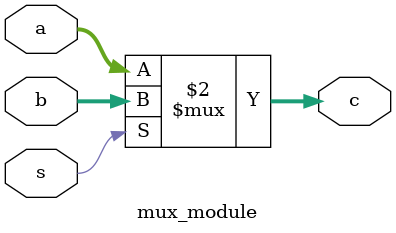
<source format=v>
module mux_module(a,b,s,c);

input [31:0]a,b;
input s;
output [31:0]c;

assign c= (s==1'b0) ? a : b;

endmodule
</source>
